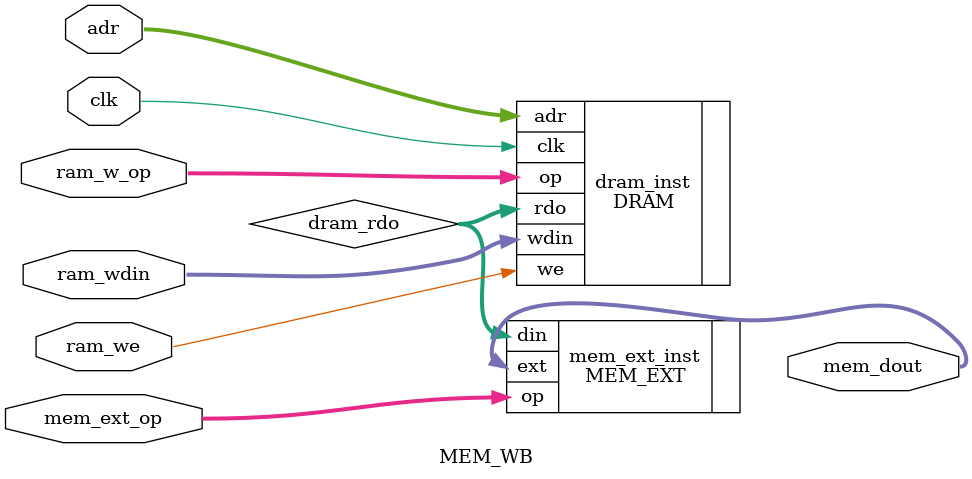
<source format=v>
`timescale 1ns / 1ps


module MEM_WB(
    input wire clk,
    input wire [31:0] adr,
    input wire [1:0] ram_w_op,
    input wire ram_we,
    input wire [31:0] ram_wdin,
    input wire [2:0] mem_ext_op,

    output wire [31:0] mem_dout
    );

    wire [31:0] dram_rdo;

    DRAM dram_inst (
        .clk(clk),
        .adr(adr),
        .op(ram_w_op),
        .we(ram_we),
        .wdin(ram_wdin),

        .rdo(dram_rdo)
    );

    MEM_EXT mem_ext_inst (
        .op(mem_ext_op),
        .din(dram_rdo),
        
        .ext(mem_dout)
    );

endmodule

</source>
